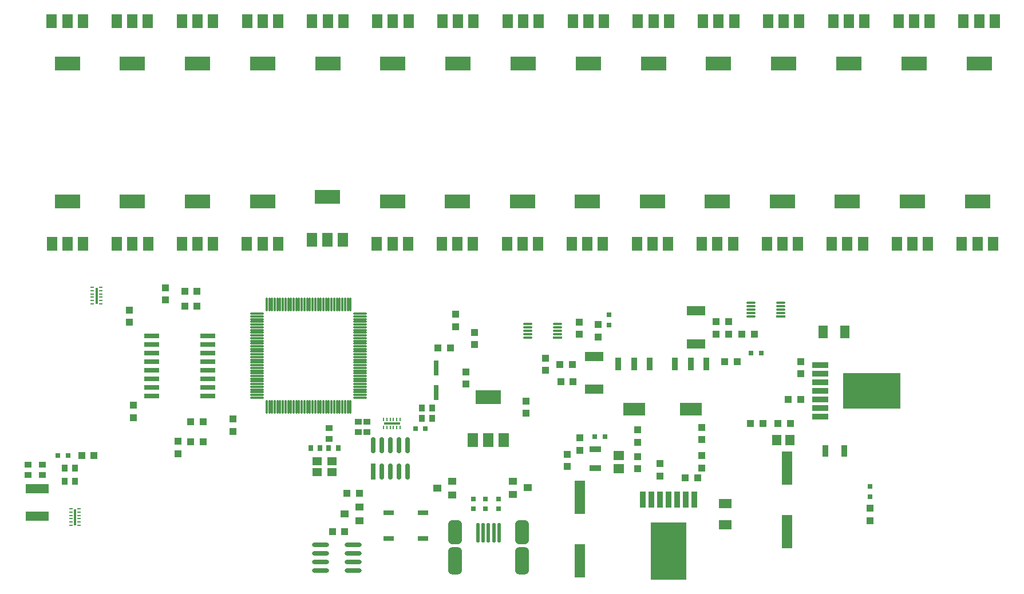
<source format=gtp>
G04 Layer_Color=8421504*
%FSLAX44Y44*%
%MOMM*%
G71*
G01*
G75*
%ADD10R,1.5240X2.0320*%
%ADD11R,3.8100X2.0320*%
%ADD12R,1.6000X5.0000*%
%ADD13R,0.7620X0.7620*%
%ADD14R,0.7620X0.7620*%
%ADD15R,0.3510X2.3520*%
%ADD16R,0.4790X0.2650*%
%ADD17R,2.3520X0.3510*%
%ADD18R,0.2650X0.4790*%
G04:AMPARAMS|DCode=19|XSize=2.8mm|YSize=0.5mm|CornerRadius=0.125mm|HoleSize=0mm|Usage=FLASHONLY|Rotation=270.000|XOffset=0mm|YOffset=0mm|HoleType=Round|Shape=RoundedRectangle|*
%AMROUNDEDRECTD19*
21,1,2.8000,0.2500,0,0,270.0*
21,1,2.5500,0.5000,0,0,270.0*
1,1,0.2500,-0.1250,-1.2750*
1,1,0.2500,-0.1250,1.2750*
1,1,0.2500,0.1250,1.2750*
1,1,0.2500,0.1250,-1.2750*
%
%ADD19ROUNDEDRECTD19*%
G04:AMPARAMS|DCode=20|XSize=3.5mm|YSize=2.05mm|CornerRadius=0.5125mm|HoleSize=0mm|Usage=FLASHONLY|Rotation=270.000|XOffset=0mm|YOffset=0mm|HoleType=Round|Shape=RoundedRectangle|*
%AMROUNDEDRECTD20*
21,1,3.5000,1.0250,0,0,270.0*
21,1,2.4750,2.0500,0,0,270.0*
1,1,1.0250,-0.5125,-1.2375*
1,1,1.0250,-0.5125,1.2375*
1,1,1.0250,0.5125,1.2375*
1,1,1.0250,0.5125,-1.2375*
%
%ADD20ROUNDEDRECTD20*%
G04:AMPARAMS|DCode=21|XSize=4mm|YSize=2.05mm|CornerRadius=0.5125mm|HoleSize=0mm|Usage=FLASHONLY|Rotation=270.000|XOffset=0mm|YOffset=0mm|HoleType=Round|Shape=RoundedRectangle|*
%AMROUNDEDRECTD21*
21,1,4.0000,1.0250,0,0,270.0*
21,1,2.9750,2.0500,0,0,270.0*
1,1,1.0250,-0.5125,-1.4875*
1,1,1.0250,-0.5125,1.4875*
1,1,1.0250,0.5125,1.4875*
1,1,1.0250,0.5125,-1.4875*
%
%ADD21ROUNDEDRECTD21*%
G04:AMPARAMS|DCode=22|XSize=3.5mm|YSize=2.05mm|CornerRadius=0.5125mm|HoleSize=0mm|Usage=FLASHONLY|Rotation=270.000|XOffset=0mm|YOffset=0mm|HoleType=Round|Shape=RoundedRectangle|*
%AMROUNDEDRECTD22*
21,1,3.5000,1.0250,0,0,270.0*
21,1,2.4750,2.0500,0,0,270.0*
1,1,1.0250,-0.5125,-1.2375*
1,1,1.0250,-0.5125,1.2375*
1,1,1.0250,0.5125,1.2375*
1,1,1.0250,0.5125,-1.2375*
%
%ADD22ROUNDEDRECTD22*%
%ADD23R,3.4000X1.4000*%
%ADD24R,0.9000X1.9000*%
%ADD25R,3.2000X1.9000*%
%ADD26R,1.4000X1.2000*%
%ADD27R,1.0000X0.9000*%
%ADD28R,0.7000X0.9000*%
%ADD29R,1.5240X0.7620*%
%ADD30R,0.7600X2.4000*%
%ADD31O,0.7600X2.4000*%
%ADD32R,0.7000X0.8000*%
%ADD33R,5.3500X8.5400*%
%ADD34R,0.8900X2.4100*%
%ADD35R,1.9000X1.3500*%
%ADD36R,1.7000X0.9500*%
%ADD37R,1.5500X1.3500*%
%ADD38R,1.5000X2.0000*%
%ADD39R,3.8000X2.0000*%
%ADD40O,2.1000X0.3000*%
%ADD41O,0.3000X2.1000*%
%ADD42O,2.5000X0.7000*%
%ADD43R,0.6500X2.2000*%
%ADD44R,2.2000X0.7600*%
%ADD45R,1.3000X1.0000*%
%ADD46R,1.3000X1.0000*%
%ADD47R,1.4500X0.3000*%
%ADD48O,1.4500X0.3000*%
%ADD49R,2.8000X1.4500*%
%ADD50R,1.1000X1.1000*%
%ADD51R,1.1000X1.1000*%
%ADD52R,0.9000X1.0000*%
%ADD53R,0.8000X0.7000*%
%ADD54R,8.5400X5.3500*%
%ADD55R,2.4100X0.8900*%
%ADD56R,1.3500X1.9000*%
%ADD57R,0.9500X1.7000*%
%ADD58R,1.3500X1.5500*%
D10*
X680720Y-775970D02*
D03*
X703834D02*
D03*
X726948D02*
D03*
D11*
X703834Y-712978D02*
D03*
D12*
X839470Y-861050D02*
D03*
Y-955050D02*
D03*
X1145540Y-817870D02*
D03*
Y-911870D02*
D03*
D13*
X1107440Y-647700D02*
D03*
X1092200D02*
D03*
X876300Y-770890D02*
D03*
X861060D02*
D03*
X67310Y-798830D02*
D03*
X82550D02*
D03*
D14*
X882650Y-605790D02*
D03*
Y-590550D02*
D03*
X1268730Y-859790D02*
D03*
Y-844550D02*
D03*
D15*
X124460Y-562610D02*
D03*
X92710Y-890270D02*
D03*
D16*
X130600Y-550110D02*
D03*
Y-555110D02*
D03*
Y-560110D02*
D03*
Y-565110D02*
D03*
Y-570110D02*
D03*
Y-575110D02*
D03*
X118320D02*
D03*
Y-570110D02*
D03*
Y-565110D02*
D03*
Y-560110D02*
D03*
Y-555110D02*
D03*
Y-550110D02*
D03*
X98850Y-877770D02*
D03*
Y-882770D02*
D03*
Y-887770D02*
D03*
Y-892770D02*
D03*
Y-897770D02*
D03*
Y-902770D02*
D03*
X86570D02*
D03*
Y-897770D02*
D03*
Y-892770D02*
D03*
Y-887770D02*
D03*
Y-882770D02*
D03*
Y-877770D02*
D03*
D17*
X561340Y-751840D02*
D03*
D18*
X548840Y-745700D02*
D03*
X553840D02*
D03*
X558840D02*
D03*
X563840D02*
D03*
X568840D02*
D03*
X573840D02*
D03*
Y-757980D02*
D03*
X568840D02*
D03*
X563840D02*
D03*
X558840D02*
D03*
X553840D02*
D03*
X548840D02*
D03*
D19*
X704340Y-913130D02*
D03*
X720340D02*
D03*
X712340D02*
D03*
X688340D02*
D03*
X696340D02*
D03*
D20*
X753590Y-912880D02*
D03*
D21*
Y-955380D02*
D03*
X655090D02*
D03*
D22*
Y-912880D02*
D03*
D23*
X36830Y-848180D02*
D03*
Y-889180D02*
D03*
D24*
X1026300Y-663730D02*
D03*
X1003300D02*
D03*
X980300D02*
D03*
X942480D02*
D03*
X919480D02*
D03*
X896480D02*
D03*
D25*
X1003300Y-730730D02*
D03*
X919480D02*
D03*
D26*
X472440Y-823720D02*
D03*
Y-807720D02*
D03*
X450440Y-823720D02*
D03*
Y-807720D02*
D03*
D27*
X468630Y-774570D02*
D03*
Y-758570D02*
D03*
X511810Y-748920D02*
D03*
Y-764920D02*
D03*
X524510Y-764920D02*
D03*
Y-748920D02*
D03*
X22860Y-828420D02*
D03*
Y-812420D02*
D03*
X44450Y-828420D02*
D03*
Y-812420D02*
D03*
D28*
X467980Y-788160D02*
D03*
X481980D02*
D03*
X455310Y-788160D02*
D03*
X441310D02*
D03*
D29*
X607060Y-922020D02*
D03*
X556260D02*
D03*
X607060Y-883920D02*
D03*
X556260D02*
D03*
D30*
X533400Y-822960D02*
D03*
D31*
X546100D02*
D03*
X558800D02*
D03*
X571500D02*
D03*
X584200D02*
D03*
X533400Y-783960D02*
D03*
X546100D02*
D03*
X558800D02*
D03*
X571500D02*
D03*
X584200D02*
D03*
D32*
X610870Y-759460D02*
D03*
X596870D02*
D03*
D33*
X970280Y-940500D02*
D03*
D34*
X932180Y-864200D02*
D03*
X944880D02*
D03*
X957580D02*
D03*
X970280D02*
D03*
X982980D02*
D03*
X995680D02*
D03*
X1008380D02*
D03*
D35*
X1054100Y-869945D02*
D03*
Y-901945D02*
D03*
D36*
X862330Y-817910D02*
D03*
Y-789910D02*
D03*
D37*
X896620Y-818990D02*
D03*
Y-798990D02*
D03*
D38*
X58610Y-486160D02*
D03*
X81610D02*
D03*
X104610D02*
D03*
X1453020Y-156460D02*
D03*
X1430020D02*
D03*
X1407020D02*
D03*
X1404480Y-486160D02*
D03*
X1427480D02*
D03*
X1450480D02*
D03*
X1356681Y-156460D02*
D03*
X1333681D02*
D03*
X1310681D02*
D03*
X1308346Y-486160D02*
D03*
X1331346D02*
D03*
X1354346D02*
D03*
X1260343Y-156460D02*
D03*
X1237343D02*
D03*
X1214343D02*
D03*
X1212213Y-486160D02*
D03*
X1235213D02*
D03*
X1258213D02*
D03*
X1164004Y-156460D02*
D03*
X1141004D02*
D03*
X1118004D02*
D03*
X1116079Y-486160D02*
D03*
X1139079D02*
D03*
X1162079D02*
D03*
X1067666Y-156460D02*
D03*
X1044666D02*
D03*
X1021666D02*
D03*
X1019946Y-486160D02*
D03*
X1042946D02*
D03*
X1065946D02*
D03*
X971327Y-156460D02*
D03*
X948327D02*
D03*
X925327D02*
D03*
X923812Y-486160D02*
D03*
X946812D02*
D03*
X969812D02*
D03*
X874988Y-156460D02*
D03*
X851989D02*
D03*
X828988D02*
D03*
X827679Y-486160D02*
D03*
X850678D02*
D03*
X873679D02*
D03*
X778650Y-156460D02*
D03*
X755650D02*
D03*
X732650D02*
D03*
X731545Y-486160D02*
D03*
X754545D02*
D03*
X777545D02*
D03*
X682311Y-156460D02*
D03*
X659311D02*
D03*
X636311D02*
D03*
X635411Y-486160D02*
D03*
X658411D02*
D03*
X681411D02*
D03*
X585973Y-156460D02*
D03*
X562973D02*
D03*
X539973D02*
D03*
X539278Y-486160D02*
D03*
X562278D02*
D03*
X585278D02*
D03*
X489634Y-156460D02*
D03*
X466634D02*
D03*
X443634D02*
D03*
X443090Y-479810D02*
D03*
X466090D02*
D03*
X489090D02*
D03*
X393296Y-156460D02*
D03*
X370296D02*
D03*
X347296D02*
D03*
X347011Y-486160D02*
D03*
X370011D02*
D03*
X393011D02*
D03*
X296957Y-156460D02*
D03*
X273957D02*
D03*
X250957D02*
D03*
X250877Y-486160D02*
D03*
X273877D02*
D03*
X296877D02*
D03*
X200619Y-156460D02*
D03*
X177619D02*
D03*
X154619D02*
D03*
X154744Y-486160D02*
D03*
X177744D02*
D03*
X200744D02*
D03*
X104280Y-156460D02*
D03*
X81280D02*
D03*
X58280D02*
D03*
D39*
X81610Y-423160D02*
D03*
X1430020Y-219460D02*
D03*
X1427480Y-423160D02*
D03*
X1333681Y-219460D02*
D03*
X1331346Y-423160D02*
D03*
X1237343Y-219460D02*
D03*
X1235213Y-423160D02*
D03*
X1141004Y-219460D02*
D03*
X1139079Y-423160D02*
D03*
X1044666Y-219460D02*
D03*
X1042946Y-423160D02*
D03*
X948327Y-219460D02*
D03*
X946812Y-423160D02*
D03*
X851989Y-219460D02*
D03*
X850678Y-423160D02*
D03*
X755650Y-219460D02*
D03*
X754545Y-423160D02*
D03*
X659311Y-219460D02*
D03*
X658411Y-423160D02*
D03*
X562973Y-219460D02*
D03*
X562278Y-423160D02*
D03*
X466634Y-219460D02*
D03*
X466090Y-416810D02*
D03*
X370296Y-219460D02*
D03*
X370011Y-423160D02*
D03*
X273957Y-219460D02*
D03*
X273877Y-423160D02*
D03*
X177619Y-219460D02*
D03*
X177744Y-423160D02*
D03*
X81280Y-219460D02*
D03*
D40*
X514150Y-589510D02*
D03*
Y-593510D02*
D03*
Y-597510D02*
D03*
Y-601510D02*
D03*
Y-605510D02*
D03*
Y-609510D02*
D03*
Y-613510D02*
D03*
Y-617510D02*
D03*
Y-621510D02*
D03*
Y-625510D02*
D03*
Y-629510D02*
D03*
Y-633510D02*
D03*
Y-637510D02*
D03*
Y-641510D02*
D03*
Y-645510D02*
D03*
Y-649510D02*
D03*
Y-653510D02*
D03*
Y-657510D02*
D03*
Y-661510D02*
D03*
Y-665510D02*
D03*
Y-669510D02*
D03*
Y-673510D02*
D03*
Y-677510D02*
D03*
Y-681510D02*
D03*
Y-685510D02*
D03*
Y-689510D02*
D03*
Y-693510D02*
D03*
Y-697510D02*
D03*
Y-701510D02*
D03*
Y-705510D02*
D03*
Y-709510D02*
D03*
Y-713510D02*
D03*
X362150D02*
D03*
Y-709510D02*
D03*
Y-705510D02*
D03*
Y-701510D02*
D03*
Y-697510D02*
D03*
Y-693510D02*
D03*
Y-689510D02*
D03*
Y-685510D02*
D03*
Y-681510D02*
D03*
Y-677510D02*
D03*
Y-673510D02*
D03*
Y-669510D02*
D03*
Y-665510D02*
D03*
Y-661510D02*
D03*
Y-657510D02*
D03*
Y-653510D02*
D03*
Y-649510D02*
D03*
Y-645510D02*
D03*
Y-641510D02*
D03*
Y-637510D02*
D03*
Y-633510D02*
D03*
Y-629510D02*
D03*
Y-625510D02*
D03*
Y-621510D02*
D03*
Y-617510D02*
D03*
Y-613510D02*
D03*
Y-609510D02*
D03*
Y-605510D02*
D03*
Y-601510D02*
D03*
Y-597510D02*
D03*
Y-593510D02*
D03*
Y-589510D02*
D03*
D41*
X500150Y-727510D02*
D03*
X496150D02*
D03*
X492150D02*
D03*
X488150D02*
D03*
X484150D02*
D03*
X480150D02*
D03*
X476150D02*
D03*
X472150D02*
D03*
X468150D02*
D03*
X464150D02*
D03*
X460150D02*
D03*
X456150D02*
D03*
X452150D02*
D03*
X448150D02*
D03*
X444150D02*
D03*
X440150D02*
D03*
X436150D02*
D03*
X432150D02*
D03*
X428150D02*
D03*
X424150D02*
D03*
X420150D02*
D03*
X416150D02*
D03*
X412150D02*
D03*
X408150D02*
D03*
X404150D02*
D03*
X400150D02*
D03*
X396150D02*
D03*
X392150D02*
D03*
X388150D02*
D03*
X384150D02*
D03*
X380150D02*
D03*
X376150D02*
D03*
Y-575510D02*
D03*
X380150D02*
D03*
X384150D02*
D03*
X388150D02*
D03*
X392150D02*
D03*
X396150D02*
D03*
X400150D02*
D03*
X404150D02*
D03*
X408150D02*
D03*
X412150D02*
D03*
X416150D02*
D03*
X420150D02*
D03*
X424150D02*
D03*
X428150D02*
D03*
X432150D02*
D03*
X436150D02*
D03*
X440150D02*
D03*
X444150D02*
D03*
X448150D02*
D03*
X452150D02*
D03*
X456150D02*
D03*
X460150D02*
D03*
X464150D02*
D03*
X468150D02*
D03*
X472150D02*
D03*
X476150D02*
D03*
X480150D02*
D03*
X484150D02*
D03*
X488150D02*
D03*
X492150D02*
D03*
X496150D02*
D03*
X500150D02*
D03*
D42*
X504560Y-969010D02*
D03*
Y-956310D02*
D03*
Y-943610D02*
D03*
Y-930910D02*
D03*
X455560Y-969010D02*
D03*
Y-956310D02*
D03*
Y-943610D02*
D03*
Y-930910D02*
D03*
D43*
X626842Y-706340D02*
D03*
Y-669340D02*
D03*
D44*
X206375Y-711200D02*
D03*
Y-698500D02*
D03*
Y-685800D02*
D03*
Y-673100D02*
D03*
Y-660400D02*
D03*
Y-647700D02*
D03*
Y-635000D02*
D03*
Y-622300D02*
D03*
X288926D02*
D03*
Y-635000D02*
D03*
Y-647700D02*
D03*
Y-660400D02*
D03*
Y-673100D02*
D03*
Y-685800D02*
D03*
Y-698500D02*
D03*
Y-711200D02*
D03*
D45*
X650240Y-857250D02*
D03*
X628240Y-847250D02*
D03*
X762410Y-846930D02*
D03*
X740410Y-836930D02*
D03*
X513080Y-895350D02*
D03*
X491080Y-885350D02*
D03*
D46*
X650240Y-837250D02*
D03*
X740410Y-856930D02*
D03*
X513080Y-875350D02*
D03*
D47*
X1136650Y-593090D02*
D03*
X806450Y-624840D02*
D03*
D48*
X1136650Y-588090D02*
D03*
Y-583090D02*
D03*
Y-578090D02*
D03*
Y-573090D02*
D03*
X1092650Y-593090D02*
D03*
Y-588090D02*
D03*
Y-583090D02*
D03*
Y-578090D02*
D03*
Y-573090D02*
D03*
X762450Y-604840D02*
D03*
Y-609840D02*
D03*
Y-614840D02*
D03*
Y-619840D02*
D03*
Y-624840D02*
D03*
X806450Y-604840D02*
D03*
Y-609840D02*
D03*
Y-614840D02*
D03*
Y-619840D02*
D03*
D49*
X860280Y-652410D02*
D03*
Y-701410D02*
D03*
X1010920Y-585100D02*
D03*
Y-634100D02*
D03*
D50*
X788670Y-655210D02*
D03*
Y-673210D02*
D03*
X838200Y-601870D02*
D03*
Y-619870D02*
D03*
X326390Y-763380D02*
D03*
Y-745380D02*
D03*
X820420Y-797450D02*
D03*
Y-815450D02*
D03*
X1165860Y-678290D02*
D03*
Y-660290D02*
D03*
X924560Y-779375D02*
D03*
Y-761375D02*
D03*
Y-800745D02*
D03*
Y-818745D02*
D03*
X1019810Y-757565D02*
D03*
Y-775565D02*
D03*
Y-799475D02*
D03*
Y-817475D02*
D03*
X957580Y-811420D02*
D03*
Y-829420D02*
D03*
X670560Y-693530D02*
D03*
Y-675530D02*
D03*
X759460Y-736710D02*
D03*
Y-718710D02*
D03*
X245110Y-796400D02*
D03*
Y-778400D02*
D03*
X226060Y-551070D02*
D03*
Y-569070D02*
D03*
X172720Y-602090D02*
D03*
Y-584090D02*
D03*
X179070Y-725060D02*
D03*
Y-743060D02*
D03*
X866140Y-623680D02*
D03*
Y-605680D02*
D03*
X839470Y-791320D02*
D03*
Y-773320D02*
D03*
X1268730Y-895460D02*
D03*
Y-877460D02*
D03*
X683260Y-635110D02*
D03*
Y-617110D02*
D03*
X655320Y-590440D02*
D03*
Y-608440D02*
D03*
D51*
X120760Y-798830D02*
D03*
X102760D02*
D03*
X647810Y-640080D02*
D03*
X629810D02*
D03*
X513190Y-854710D02*
D03*
X495190D02*
D03*
X1110090Y-751840D02*
D03*
X1092090D02*
D03*
X1150730D02*
D03*
X1132730D02*
D03*
X1013570Y-832605D02*
D03*
X995570D02*
D03*
X1147970Y-716280D02*
D03*
X1165970D02*
D03*
X491600Y-911860D02*
D03*
X473600D02*
D03*
X282050Y-778510D02*
D03*
X264050D02*
D03*
X273160Y-556260D02*
D03*
X255160D02*
D03*
X273160Y-577850D02*
D03*
X255160D02*
D03*
X282050Y-749300D02*
D03*
X264050D02*
D03*
X1053990Y-660400D02*
D03*
X1071990D02*
D03*
X1097390Y-619760D02*
D03*
X1079390D02*
D03*
X1059290Y-619760D02*
D03*
X1041290D02*
D03*
X1059290Y-600710D02*
D03*
X1041290D02*
D03*
X811420Y-689610D02*
D03*
X829420D02*
D03*
X810150Y-664210D02*
D03*
X828150D02*
D03*
D52*
X605410Y-744220D02*
D03*
X621410D02*
D03*
X621410Y-728980D02*
D03*
X605410D02*
D03*
X77090Y-836930D02*
D03*
X93090D02*
D03*
X77090Y-817880D02*
D03*
X93090D02*
D03*
D53*
X718820Y-877600D02*
D03*
Y-863600D02*
D03*
X699770Y-877600D02*
D03*
Y-863600D02*
D03*
X681990Y-877600D02*
D03*
Y-863600D02*
D03*
D54*
X1271215Y-703580D02*
D03*
D55*
X1194915Y-741680D02*
D03*
Y-728980D02*
D03*
Y-716280D02*
D03*
Y-703580D02*
D03*
Y-690880D02*
D03*
Y-678180D02*
D03*
Y-665480D02*
D03*
D56*
X1199390Y-615950D02*
D03*
X1231390D02*
D03*
D57*
X1202660Y-792480D02*
D03*
X1230660D02*
D03*
D58*
X1130460Y-775970D02*
D03*
X1150460D02*
D03*
M02*

</source>
